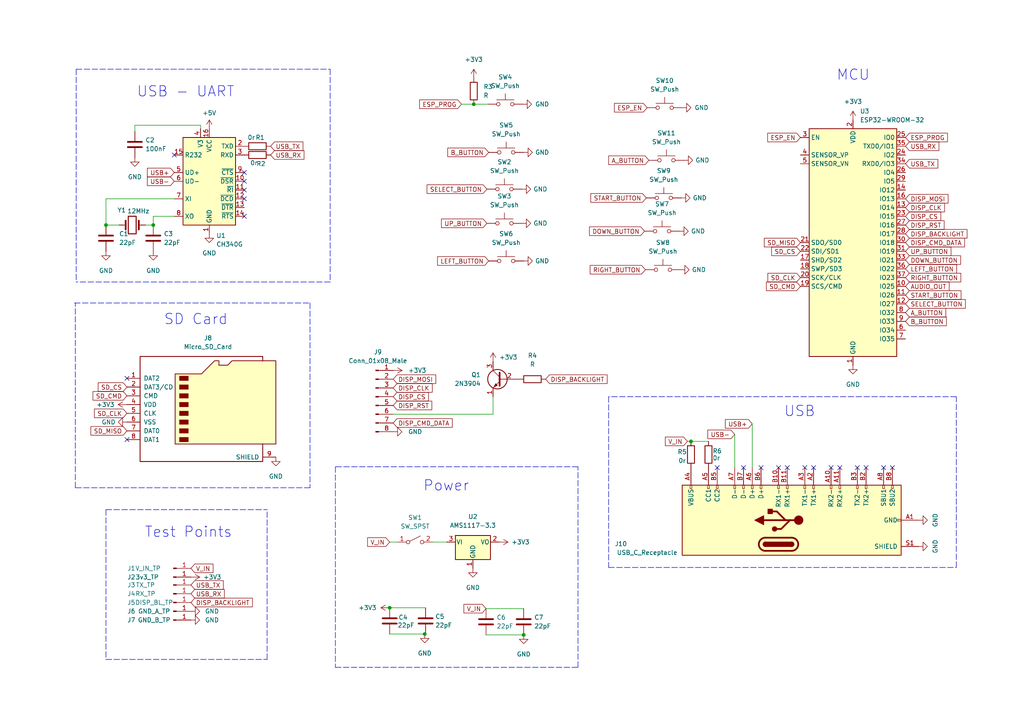
<source format=kicad_sch>
(kicad_sch (version 20211123) (generator eeschema)
  (paper "A4")
  (lib_symbols
    (symbol "Connector:Conn_01x01_Male" (pin_names (offset 1.016) hide)
      (property "Reference" "J" (at 0 2.54 0))
      (property "Value" "Conn_01x01_Male" (at 0 -2.54 0))
      (symbol "Conn_01x01_Male_1_1"
        (polyline (pts (xy 1.27 0) (xy 0.8636 0)) (stroke (width 0.1524)))
        (rectangle (start 0.8636 0.127) (end 0 -0.127) (stroke (width 0.1524)) (fill (type outline)))
        (pin passive line (at 5.08 0 180) (length 3.81) (name "Pin_1") (number "1"))
      )
    )
    (symbol "Connector:Conn_01x08_Male" (pin_names (offset 1.016) hide)
      (property "Reference" "J" (at 0 10.16 0))
      (property "Value" "Conn_01x08_Male" (at 0 -12.7 0))
      (symbol "Conn_01x08_Male_1_1"
        (polyline (pts (xy 1.27 -10.16) (xy 0.8636 -10.16)) (stroke (width 0.1524)))
        (polyline (pts (xy 1.27 -7.62) (xy 0.8636 -7.62)) (stroke (width 0.1524)))
        (polyline (pts (xy 1.27 -5.08) (xy 0.8636 -5.08)) (stroke (width 0.1524)))
        (polyline (pts (xy 1.27 -2.54) (xy 0.8636 -2.54)) (stroke (width 0.1524)))
        (polyline (pts (xy 1.27 0) (xy 0.8636 0)) (stroke (width 0.1524)))
        (polyline (pts (xy 1.27 2.54) (xy 0.8636 2.54)) (stroke (width 0.1524)))
        (polyline (pts (xy 1.27 5.08) (xy 0.8636 5.08)) (stroke (width 0.1524)))
        (polyline (pts (xy 1.27 7.62) (xy 0.8636 7.62)) (stroke (width 0.1524)))
        (rectangle (start 0.8636 -10.033) (end 0 -10.287) (stroke (width 0.1524)) (fill (type outline)))
        (rectangle (start 0.8636 -7.493) (end 0 -7.747) (stroke (width 0.1524)) (fill (type outline)))
        (rectangle (start 0.8636 -4.953) (end 0 -5.207) (stroke (width 0.1524)) (fill (type outline)))
        (rectangle (start 0.8636 -2.413) (end 0 -2.667) (stroke (width 0.1524)) (fill (type outline)))
        (rectangle (start 0.8636 0.127) (end 0 -0.127) (stroke (width 0.1524)) (fill (type outline)))
        (rectangle (start 0.8636 2.667) (end 0 2.413) (stroke (width 0.1524)) (fill (type outline)))
        (rectangle (start 0.8636 5.207) (end 0 4.953) (stroke (width 0.1524)) (fill (type outline)))
        (rectangle (start 0.8636 7.747) (end 0 7.493) (stroke (width 0.1524)) (fill (type outline)))
        (pin passive line (at 5.08 7.62 180) (length 3.81) (name "Pin_1") (number "1"))
        (pin passive line (at 5.08 5.08 180) (length 3.81) (name "Pin_2") (number "2"))
        (pin passive line (at 5.08 2.54 180) (length 3.81) (name "Pin_3") (number "3"))
        (pin passive line (at 5.08 0 180) (length 3.81) (name "Pin_4") (number "4"))
        (pin passive line (at 5.08 -2.54 180) (length 3.81) (name "Pin_5") (number "5"))
        (pin passive line (at 5.08 -5.08 180) (length 3.81) (name "Pin_6") (number "6"))
        (pin passive line (at 5.08 -7.62 180) (length 3.81) (name "Pin_7") (number "7"))
        (pin passive line (at 5.08 -10.16 180) (length 3.81) (name "Pin_8") (number "8"))
      )
    )
    (symbol "Connector:Micro_SD_Card" (pin_names (offset 1.016))
      (property "Reference" "J" (at -16.51 15.24 0))
      (property "Value" "Micro_SD_Card" (at 16.51 15.24 0))
      (symbol "Micro_SD_Card_0_1"
        (rectangle (start -7.62 -9.525) (end -5.08 -10.795) (fill (type outline)))
        (rectangle (start -7.62 -6.985) (end -5.08 -8.255) (fill (type outline)))
        (rectangle (start -7.62 -4.445) (end -5.08 -5.715) (fill (type outline)))
        (rectangle (start -7.62 -1.905) (end -5.08 -3.175) (fill (type outline)))
        (rectangle (start -7.62 0.635) (end -5.08 -0.635) (fill (type outline)))
        (rectangle (start -7.62 3.175) (end -5.08 1.905) (fill (type outline)))
        (rectangle (start -7.62 5.715) (end -5.08 4.445) (fill (type outline)))
        (rectangle (start -7.62 8.255) (end -5.08 6.985) (fill (type outline)))
        (polyline (pts (xy 16.51 12.7) (xy 16.51 13.97) (xy -19.05 13.97) (xy -19.05 -16.51) (xy 16.51 -16.51) (xy 16.51 -11.43)) (stroke (width 0.254)))
        (polyline (pts (xy -8.89 -11.43) (xy -8.89 8.89) (xy -1.27 8.89) (xy 2.54 12.7) (xy 3.81 12.7) (xy 3.81 11.43) (xy 6.35 11.43) (xy 7.62 12.7) (xy 20.32 12.7) (xy 20.32 -11.43) (xy -8.89 -11.43)) (stroke (width 0.254)) (fill (type background)))
      )
      (symbol "Micro_SD_Card_1_1"
        (pin bidirectional line (at -22.86 7.62 0) (length 3.81) (name "DAT2") (number "1"))
        (pin bidirectional line (at -22.86 5.08 0) (length 3.81) (name "DAT3/CD") (number "2"))
        (pin input line (at -22.86 2.54 0) (length 3.81) (name "CMD") (number "3"))
        (pin power_in line (at -22.86 0 0) (length 3.81) (name "VDD") (number "4"))
        (pin input line (at -22.86 -2.54 0) (length 3.81) (name "CLK") (number "5"))
        (pin power_in line (at -22.86 -5.08 0) (length 3.81) (name "VSS") (number "6"))
        (pin bidirectional line (at -22.86 -7.62 0) (length 3.81) (name "DAT0") (number "7"))
        (pin bidirectional line (at -22.86 -10.16 0) (length 3.81) (name "DAT1") (number "8"))
        (pin passive line (at 20.32 -15.24 180) (length 3.81) (name "SHIELD") (number "9"))
      )
    )
    (symbol "Connector:USB_C_Receptacle" (pin_names (offset 1.016))
      (property "Reference" "J" (at -10.16 29.21 0))
      (property "Value" "USB_C_Receptacle" (at 10.16 29.21 0))
      (symbol "USB_C_Receptacle_0_0"
        (rectangle (start -0.254 -35.56) (end 0.254 -34.544))
        (rectangle (start 10.16 -32.766) (end 9.144 -33.274))
        (rectangle (start 10.16 -30.226) (end 9.144 -30.734))
        (rectangle (start 10.16 -25.146) (end 9.144 -25.654))
        (rectangle (start 10.16 -22.606) (end 9.144 -23.114))
        (rectangle (start 10.16 -17.526) (end 9.144 -18.034))
        (rectangle (start 10.16 -14.986) (end 9.144 -15.494))
        (rectangle (start 10.16 -9.906) (end 9.144 -10.414))
        (rectangle (start 10.16 -7.366) (end 9.144 -7.874))
        (rectangle (start 10.16 -2.286) (end 9.144 -2.794))
        (rectangle (start 10.16 0.254) (end 9.144 -0.254))
        (rectangle (start 10.16 5.334) (end 9.144 4.826))
        (rectangle (start 10.16 7.874) (end 9.144 7.366))
        (rectangle (start 10.16 10.414) (end 9.144 9.906))
        (rectangle (start 10.16 12.954) (end 9.144 12.446))
        (rectangle (start 10.16 18.034) (end 9.144 17.526))
        (rectangle (start 10.16 20.574) (end 9.144 20.066))
        (rectangle (start 10.16 25.654) (end 9.144 25.146))
      )
      (symbol "USB_C_Receptacle_0_1"
        (rectangle (start -10.16 27.94) (end 10.16 -35.56) (stroke (width 0.254)) (fill (type background)))
        (arc (start -8.89 -3.81) (mid -6.985 -5.715) (end -5.08 -3.81) (stroke (width 0.508)))
        (arc (start -7.62 -3.81) (mid -6.985 -4.445) (end -6.35 -3.81) (stroke (width 0.254)))
        (arc (start -7.62 -3.81) (mid -6.985 -4.445) (end -6.35 -3.81) (stroke (width 0.254)) (fill (type outline)))
        (rectangle (start -7.62 -3.81) (end -6.35 3.81) (stroke (width 0.254)) (fill (type outline)))
        (arc (start -6.35 3.81) (mid -6.985 4.445) (end -7.62 3.81) (stroke (width 0.254)))
        (arc (start -6.35 3.81) (mid -6.985 4.445) (end -7.62 3.81) (stroke (width 0.254)) (fill (type outline)))
        (arc (start -5.08 3.81) (mid -6.985 5.715) (end -8.89 3.81) (stroke (width 0.508)))
        (polyline (pts (xy -8.89 -3.81) (xy -8.89 3.81)) (stroke (width 0.508)))
        (polyline (pts (xy -5.08 3.81) (xy -5.08 -3.81)) (stroke (width 0.508)))
      )
      (symbol "USB_C_Receptacle_1_1"
        (circle (center -2.54 1.143) (radius 0.635) (stroke (width 0.254)) (fill (type outline)))
        (circle (center 0 -5.842) (radius 1.27) (fill (type outline)))
        (polyline (pts (xy 0 -5.842) (xy 0 4.318)) (stroke (width 0.508)))
        (polyline (pts (xy 0 -3.302) (xy -2.54 -0.762) (xy -2.54 0.508)) (stroke (width 0.508)))
        (polyline (pts (xy 0 -2.032) (xy 2.54 0.508) (xy 2.54 1.778)) (stroke (width 0.508)))
        (polyline (pts (xy -1.27 4.318) (xy 0 6.858) (xy 1.27 4.318) (xy -1.27 4.318)) (stroke (width 0.254)) (fill (type outline)))
        (rectangle (start 1.905 1.778) (end 3.175 3.048) (stroke (width 0.254)) (fill (type outline)))
        (pin passive line (at 0 -40.64 90) (length 5.08) (name "GND") (number "A1"))
        (pin bidirectional line (at 15.24 -15.24 180) (length 5.08) (name "RX2-") (number "A10"))
        (pin bidirectional line (at 15.24 -17.78 180) (length 5.08) (name "RX2+") (number "A11"))
        (pin passive line (at 0 -40.64 90) (length 5.08) hide (name "GND") (number "A12"))
        (pin bidirectional line (at 15.24 -10.16 180) (length 5.08) (name "TX1+") (number "A2"))
        (pin bidirectional line (at 15.24 -7.62 180) (length 5.08) (name "TX1-") (number "A3"))
        (pin passive line (at 15.24 25.4 180) (length 5.08) (name "VBUS") (number "A4"))
        (pin bidirectional line (at 15.24 20.32 180) (length 5.08) (name "CC1") (number "A5"))
        (pin bidirectional line (at 15.24 7.62 180) (length 5.08) (name "D+") (number "A6"))
        (pin bidirectional line (at 15.24 12.7 180) (length 5.08) (name "D-") (number "A7"))
        (pin bidirectional line (at 15.24 -30.48 180) (length 5.08) (name "SBU1") (number "A8"))
        (pin passive line (at 15.24 25.4 180) (length 5.08) hide (name "VBUS") (number "A9"))
        (pin passive line (at 0 -40.64 90) (length 5.08) hide (name "GND") (number "B1"))
        (pin bidirectional line (at 15.24 0 180) (length 5.08) (name "RX1-") (number "B10"))
        (pin bidirectional line (at 15.24 -2.54 180) (length 5.08) (name "RX1+") (number "B11"))
        (pin passive line (at 0 -40.64 90) (length 5.08) hide (name "GND") (number "B12"))
        (pin bidirectional line (at 15.24 -25.4 180) (length 5.08) (name "TX2+") (number "B2"))
        (pin bidirectional line (at 15.24 -22.86 180) (length 5.08) (name "TX2-") (number "B3"))
        (pin passive line (at 15.24 25.4 180) (length 5.08) hide (name "VBUS") (number "B4"))
        (pin bidirectional line (at 15.24 17.78 180) (length 5.08) (name "CC2") (number "B5"))
        (pin bidirectional line (at 15.24 5.08 180) (length 5.08) (name "D+") (number "B6"))
        (pin bidirectional line (at 15.24 10.16 180) (length 5.08) (name "D-") (number "B7"))
        (pin bidirectional line (at 15.24 -33.02 180) (length 5.08) (name "SBU2") (number "B8"))
        (pin passive line (at 15.24 25.4 180) (length 5.08) hide (name "VBUS") (number "B9"))
        (pin passive line (at -7.62 -40.64 90) (length 5.08) (name "SHIELD") (number "S1"))
      )
    )
    (symbol "Device:C" (pin_numbers hide) (pin_names (offset 0.254))
      (property "Reference" "C" (at 0.635 2.54 0))
      (property "Value" "C" (at 0.635 -2.54 0))
      (symbol "C_0_1"
        (polyline (pts (xy -2.032 -0.762) (xy 2.032 -0.762)) (stroke (width 0.508)))
        (polyline (pts (xy -2.032 0.762) (xy 2.032 0.762)) (stroke (width 0.508)))
      )
      (symbol "C_1_1"
        (pin passive line (at 0 3.81 270) (length 2.794) (name "~") (number "1"))
        (pin passive line (at 0 -3.81 90) (length 2.794) (name "~") (number "2"))
      )
    )
    (symbol "Device:Crystal" (pin_numbers hide) (pin_names (offset 1.016) hide)
      (property "Reference" "Y" (at 0 3.81 0))
      (property "Value" "Crystal" (at 0 -3.81 0))
      (symbol "Crystal_0_1"
        (rectangle (start -1.143 2.54) (end 1.143 -2.54) (stroke (width 0.3048)))
        (polyline (pts (xy -2.54 0) (xy -1.905 0)))
        (polyline (pts (xy -1.905 -1.27) (xy -1.905 1.27)) (stroke (width 0.508)))
        (polyline (pts (xy 1.905 -1.27) (xy 1.905 1.27)) (stroke (width 0.508)))
        (polyline (pts (xy 2.54 0) (xy 1.905 0)))
      )
      (symbol "Crystal_1_1"
        (pin passive line (at -3.81 0 0) (length 1.27) (name "1") (number "1"))
        (pin passive line (at 3.81 0 180) (length 1.27) (name "2") (number "2"))
      )
    )
    (symbol "Device:R" (pin_numbers hide) (pin_names (offset 0))
      (property "Reference" "R" (at 2.032 0 90))
      (property "Value" "R" (at 0 0 90))
      (symbol "R_0_1"
        (rectangle (start -1.016 -2.54) (end 1.016 2.54) (stroke (width 0.254)))
      )
      (symbol "R_1_1"
        (pin passive line (at 0 3.81 270) (length 1.27) (name "~") (number "1"))
        (pin passive line (at 0 -3.81 90) (length 1.27) (name "~") (number "2"))
      )
    )
    (symbol "Interface_USB:CH340G"
      (property "Reference" "U" (at -5.08 13.97 0))
      (property "Value" "CH340G" (at 1.27 13.97 0))
      (symbol "CH340G_0_1"
        (rectangle (start -7.62 12.7) (end 7.62 -12.7) (stroke (width 0.254)) (fill (type background)))
      )
      (symbol "CH340G_1_1"
        (pin power_in line (at 0 -15.24 90) (length 2.54) (name "GND") (number "1"))
        (pin input line (at 10.16 0 180) (length 2.54) (name "~{DSR}") (number "10"))
        (pin input line (at 10.16 -2.54 180) (length 2.54) (name "~{RI}") (number "11"))
        (pin input line (at 10.16 -5.08 180) (length 2.54) (name "~{DCD}") (number "12"))
        (pin output line (at 10.16 -7.62 180) (length 2.54) (name "~{DTR}") (number "13"))
        (pin output line (at 10.16 -10.16 180) (length 2.54) (name "~{RTS}") (number "14"))
        (pin input line (at -10.16 7.62 0) (length 2.54) (name "R232") (number "15"))
        (pin power_in line (at 0 15.24 270) (length 2.54) (name "VCC") (number "16"))
        (pin output line (at 10.16 10.16 180) (length 2.54) (name "TXD") (number "2"))
        (pin input line (at 10.16 7.62 180) (length 2.54) (name "RXD") (number "3"))
        (pin passive line (at -2.54 15.24 270) (length 2.54) (name "V3") (number "4"))
        (pin bidirectional line (at -10.16 2.54 0) (length 2.54) (name "UD+") (number "5"))
        (pin bidirectional line (at -10.16 0 0) (length 2.54) (name "UD-") (number "6"))
        (pin input line (at -10.16 -5.08 0) (length 2.54) (name "XI") (number "7"))
        (pin output line (at -10.16 -10.16 0) (length 2.54) (name "XO") (number "8"))
        (pin input line (at 10.16 2.54 180) (length 2.54) (name "~{CTS}") (number "9"))
      )
    )
    (symbol "RF_Module:ESP32-WROOM-32"
      (property "Reference" "U" (at -12.7 34.29 0))
      (property "Value" "ESP32-WROOM-32" (at 1.27 34.29 0))
      (symbol "ESP32-WROOM-32_0_1"
        (rectangle (start -12.7 33.02) (end 12.7 -33.02) (stroke (width 0.254)) (fill (type background)))
      )
      (symbol "ESP32-WROOM-32_1_1"
        (pin power_in line (at 0 -35.56 90) (length 2.54) (name "GND") (number "1"))
        (pin bidirectional line (at 15.24 -12.7 180) (length 2.54) (name "IO25") (number "10"))
        (pin bidirectional line (at 15.24 -15.24 180) (length 2.54) (name "IO26") (number "11"))
        (pin bidirectional line (at 15.24 -17.78 180) (length 2.54) (name "IO27") (number "12"))
        (pin bidirectional line (at 15.24 10.16 180) (length 2.54) (name "IO14") (number "13"))
        (pin bidirectional line (at 15.24 15.24 180) (length 2.54) (name "IO12") (number "14"))
        (pin passive line (at 0 -35.56 90) (length 2.54) hide (name "GND") (number "15"))
        (pin bidirectional line (at 15.24 12.7 180) (length 2.54) (name "IO13") (number "16"))
        (pin bidirectional line (at -15.24 -5.08 0) (length 2.54) (name "SHD/SD2") (number "17"))
        (pin bidirectional line (at -15.24 -7.62 0) (length 2.54) (name "SWP/SD3") (number "18"))
        (pin bidirectional line (at -15.24 -12.7 0) (length 2.54) (name "SCS/CMD") (number "19"))
        (pin power_in line (at 0 35.56 270) (length 2.54) (name "VDD") (number "2"))
        (pin bidirectional line (at -15.24 -10.16 0) (length 2.54) (name "SCK/CLK") (number "20"))
        (pin bidirectional line (at -15.24 0 0) (length 2.54) (name "SDO/SD0") (number "21"))
        (pin bidirectional line (at -15.24 -2.54 0) (length 2.54) (name "SDI/SD1") (number "22"))
        (pin bidirectional line (at 15.24 7.62 180) (length 2.54) (name "IO15") (number "23"))
        (pin bidirectional line (at 15.24 25.4 180) (length 2.54) (name "IO2") (number "24"))
        (pin bidirectional line (at 15.24 30.48 180) (length 2.54) (name "IO0") (number "25"))
        (pin bidirectional line (at 15.24 20.32 180) (length 2.54) (name "IO4") (number "26"))
        (pin bidirectional line (at 15.24 5.08 180) (length 2.54) (name "IO16") (number "27"))
        (pin bidirectional line (at 15.24 2.54 180) (length 2.54) (name "IO17") (number "28"))
        (pin bidirectional line (at 15.24 17.78 180) (length 2.54) (name "IO5") (number "29"))
        (pin input line (at -15.24 30.48 0) (length 2.54) (name "EN") (number "3"))
        (pin bidirectional line (at 15.24 0 180) (length 2.54) (name "IO18") (number "30"))
        (pin bidirectional line (at 15.24 -2.54 180) (length 2.54) (name "IO19") (number "31"))
        (pin no_connect line (at -12.7 -27.94 0) (length 2.54) hide (name "NC") (number "32"))
        (pin bidirectional line (at 15.24 -5.08 180) (length 2.54) (name "IO21") (number "33"))
        (pin bidirectional line (at 15.24 22.86 180) (length 2.54) (name "RXD0/IO3") (number "34"))
        (pin bidirectional line (at 15.24 27.94 180) (length 2.54) (name "TXD0/IO1") (number "35"))
        (pin bidirectional line (at 15.24 -7.62 180) (length 2.54) (name "IO22") (number "36"))
        (pin bidirectional line (at 15.24 -10.16 180) (length 2.54) (name "IO23") (number "37"))
        (pin passive line (at 0 -35.56 90) (length 2.54) hide (name "GND") (number "38"))
        (pin passive line (at 0 -35.56 90) (length 2.54) hide (name "GND") (number "39"))
        (pin input line (at -15.24 25.4 0) (length 2.54) (name "SENSOR_VP") (number "4"))
        (pin input line (at -15.24 22.86 0) (length 2.54) (name "SENSOR_VN") (number "5"))
        (pin input line (at 15.24 -25.4 180) (length 2.54) (name "IO34") (number "6"))
        (pin input line (at 15.24 -27.94 180) (length 2.54) (name "IO35") (number "7"))
        (pin bidirectional line (at 15.24 -20.32 180) (length 2.54) (name "IO32") (number "8"))
        (pin bidirectional line (at 15.24 -22.86 180) (length 2.54) (name "IO33") (number "9"))
      )
    )
    (symbol "Regulator_Linear:AMS1117-3.3" (pin_names (offset 0.254))
      (property "Reference" "U" (at -3.81 3.175 0))
      (property "Value" "AMS1117-3.3" (at 0 3.175 0))
      (symbol "AMS1117-3.3_0_1"
        (rectangle (start -5.08 -5.08) (end 5.08 1.905) (stroke (width 0.254)) (fill (type background)))
      )
      (symbol "AMS1117-3.3_1_1"
        (pin power_in line (at 0 -7.62 90) (length 2.54) (name "GND") (number "1"))
        (pin power_out line (at 7.62 0 180) (length 2.54) (name "VO") (number "2"))
        (pin power_in line (at -7.62 0 0) (length 2.54) (name "VI") (number "3"))
      )
    )
    (symbol "Switch:SW_Push" (pin_numbers hide) (pin_names (offset 1.016) hide)
      (property "Reference" "SW" (at 1.27 2.54 0))
      (property "Value" "SW_Push" (at 0 -1.524 0))
      (symbol "SW_Push_0_1"
        (circle (center -2.032 0) (radius 0.508))
        (polyline (pts (xy 0 1.27) (xy 0 3.048)))
        (polyline (pts (xy 2.54 1.27) (xy -2.54 1.27)))
        (circle (center 2.032 0) (radius 0.508))
        (pin passive line (at -5.08 0 0) (length 2.54) (name "1") (number "1"))
        (pin passive line (at 5.08 0 180) (length 2.54) (name "2") (number "2"))
      )
    )
    (symbol "Switch:SW_SPST" (pin_names (offset 0) hide)
      (property "Reference" "SW" (at 0 3.175 0))
      (property "Value" "SW_SPST" (at 0 -2.54 0))
      (symbol "SW_SPST_0_0"
        (circle (center -2.032 0) (radius 0.508))
        (polyline (pts (xy -1.524 0.254) (xy 1.524 1.778)))
        (circle (center 2.032 0) (radius 0.508))
      )
      (symbol "SW_SPST_1_1"
        (pin passive line (at -5.08 0 0) (length 2.54) (name "A") (number "1"))
        (pin passive line (at 5.08 0 180) (length 2.54) (name "B") (number "2"))
      )
    )
    (symbol "Transistor_BJT:2N3904" (pin_names (offset 0) hide)
      (property "Reference" "Q" (at 5.08 1.905 0))
      (property "Value" "2N3904" (at 5.08 0 0))
      (symbol "2N3904_0_1"
        (polyline (pts (xy 0.635 0.635) (xy 2.54 2.54)))
        (polyline (pts (xy 0.635 -0.635) (xy 2.54 -2.54) (xy 2.54 -2.54)))
        (polyline (pts (xy 0.635 1.905) (xy 0.635 -1.905) (xy 0.635 -1.905)) (stroke (width 0.508)))
        (polyline (pts (xy 1.27 -1.778) (xy 1.778 -1.27) (xy 2.286 -2.286) (xy 1.27 -1.778) (xy 1.27 -1.778)) (fill (type outline)))
        (circle (center 1.27 0) (radius 2.8194) (stroke (width 0.254)))
      )
      (symbol "2N3904_1_1"
        (pin passive line (at 2.54 -5.08 90) (length 2.54) (name "E") (number "1"))
        (pin passive line (at -5.08 0 0) (length 5.715) (name "B") (number "2"))
        (pin passive line (at 2.54 5.08 270) (length 2.54) (name "C") (number "3"))
      )
    )
    (symbol "power:+3.3V" (power) (pin_names (offset 0))
      (property "Value" "+3.3V" (at 0 3.556 0))
      (symbol "+3.3V_0_1"
        (polyline (pts (xy -0.762 1.27) (xy 0 2.54)))
        (polyline (pts (xy 0 0) (xy 0 2.54)))
        (polyline (pts (xy 0 2.54) (xy 0.762 1.27)))
      )
      (symbol "+3.3V_1_1"
        (pin power_in line (at 0 0 90) (length 0) hide (name "+3V3") (number "1"))
      )
    )
    (symbol "power:+5V" (power) (pin_names (offset 0))
      (property "Value" "+5V" (at 0 3.556 0))
      (symbol "+5V_0_1"
        (polyline (pts (xy -0.762 1.27) (xy 0 2.54)))
        (polyline (pts (xy 0 0) (xy 0 2.54)))
        (polyline (pts (xy 0 2.54) (xy 0.762 1.27)))
      )
      (symbol "+5V_1_1"
        (pin power_in line (at 0 0 90) (length 0) hide (name "+5V") (number "1"))
      )
    )
    (symbol "power:GND" (power) (pin_names (offset 0))
      (property "Value" "GND" (at 0 -3.81 0))
      (symbol "GND_0_1"
        (polyline (pts (xy 0 0) (xy 0 -1.27) (xy 1.27 -1.27) (xy 0 -2.54) (xy -1.27 -1.27) (xy 0 -1.27)))
      )
      (symbol "GND_1_1"
        (pin power_in line (at 0 0 270) (length 0) hide (name "GND") (number "1"))
      )
    )
  )
  (junction (at 30.734 65.278))
  (junction (at 44.45 65.278))
  (junction (at 151.892 184.15))
  (junction (at 200.406 128.016))
  (junction (at 137.414 30.226))
  (junction (at 123.19 183.896))
  (junction (at 113.03 176.276))
  (no_connect (at 258.826 135.636))
  (no_connect (at 256.286 135.636))
  (no_connect (at 70.866 50.038))
  (no_connect (at 70.866 52.578))
  (no_connect (at 70.866 62.738))
  (no_connect (at 70.866 57.658))
  (no_connect (at 70.866 55.118))
  (no_connect (at 251.206 135.636))
  (no_connect (at 248.666 135.636))
  (no_connect (at 243.586 135.636))
  (no_connect (at 241.046 135.636))
  (no_connect (at 235.966 135.636))
  (no_connect (at 233.426 135.636))
  (no_connect (at 228.346 135.636))
  (no_connect (at 225.806 135.636))
  (no_connect (at 50.546 44.958))
  (no_connect (at 215.646 135.636))
  (no_connect (at 220.726 135.636))
  (no_connect (at 36.83 127.508))
  (no_connect (at 36.83 109.728))
  (no_connect (at 208.026 135.636))
  (polyline (pts (xy 21.844 141.478) (xy 21.844 87.884)))
  (polyline (pts (xy 30.734 191.262) (xy 77.47 191.262)))
  (polyline (pts (xy 277.368 164.592) (xy 277.368 115.062)))
  (wire (pts (xy 199.39 128.016) (xy 200.406 128.016)))
  (wire (pts (xy 140.97 176.53) (xy 151.892 176.53)))
  (wire (pts (xy 218.186 122.936) (xy 218.186 135.636)))
  (wire (pts (xy 213.106 135.636) (xy 213.106 125.984)))
  (wire (pts (xy 39.116 36.322) (xy 58.166 36.322)))
  (polyline (pts (xy 277.368 115.062) (xy 176.53 115.062)))
  (wire (pts (xy 114.046 120.142) (xy 143.002 120.142)))
  (wire (pts (xy 30.734 65.278) (xy 30.734 57.658)))
  (wire (pts (xy 113.03 183.896) (xy 123.19 183.896)))
  (wire (pts (xy 125.476 157.226) (xy 129.54 157.226)))
  (wire (pts (xy 137.414 30.226) (xy 141.478 30.226)))
  (polyline (pts (xy 97.282 135.382) (xy 97.282 193.548)))
  (wire (pts (xy 30.734 65.278) (xy 34.544 65.278)))
  (wire (pts (xy 44.45 65.278) (xy 44.45 62.738)))
  (polyline (pts (xy 95.758 81.788) (xy 22.098 81.788)))
  (wire (pts (xy 58.166 36.322) (xy 58.166 37.338)))
  (polyline (pts (xy 22.098 20.066) (xy 95.758 20.066)))
  (polyline (pts (xy 95.758 20.066) (xy 95.758 81.788)))
  (wire (pts (xy 123.19 183.896) (xy 123.444 183.896)))
  (wire (pts (xy 44.45 62.738) (xy 50.546 62.738)))
  (polyline (pts (xy 97.282 193.548) (xy 167.64 193.548)))
  (polyline (pts (xy 30.734 147.828) (xy 77.47 147.828)))
  (polyline (pts (xy 30.734 147.828) (xy 30.734 191.262)))
  (polyline (pts (xy 176.53 115.062) (xy 176.53 164.592)))
  (wire (pts (xy 143.002 120.142) (xy 143.002 115.062)))
  (polyline (pts (xy 89.916 87.884) (xy 89.916 141.478)))
  (polyline (pts (xy 167.64 135.382) (xy 97.282 135.382)))
  (wire (pts (xy 39.116 38.1) (xy 39.116 36.322)))
  (wire (pts (xy 42.164 65.278) (xy 44.45 65.278)))
  (wire (pts (xy 133.858 30.226) (xy 137.414 30.226)))
  (polyline (pts (xy 21.59 87.884) (xy 89.916 87.884)))
  (polyline (pts (xy 167.64 193.548) (xy 167.64 135.382)))
  (wire (pts (xy 113.03 157.226) (xy 115.316 157.226)))
  (wire (pts (xy 200.406 128.016) (xy 205.486 128.016)))
  (polyline (pts (xy 77.47 191.262) (xy 77.47 147.828)))
  (wire (pts (xy 140.97 184.15) (xy 151.892 184.15)))
  (wire (pts (xy 113.03 176.276) (xy 123.444 176.276)))
  (polyline (pts (xy 89.916 141.478) (xy 21.844 141.478)))
  (wire (pts (xy 30.734 57.658) (xy 50.546 57.658)))
  (polyline (pts (xy 22.098 20.066) (xy 22.098 81.788)))
  (polyline (pts (xy 176.53 164.592) (xy 277.368 164.592)))
  (text "USB" (at 227.33 121.158 0) (effects (font (size 3 3)) (justify left bottom)))
  (text "Test Points\n" (at 41.91 156.21 0) (effects (font (size 3 3)) (justify left bottom)))
  (text "SD Card" (at 47.498 94.488 0) (effects (font (size 3 3)) (justify left bottom)))
  (text "USB - UART" (at 39.624 28.448 0) (effects (font (size 3 3)) (justify left bottom)))
  (text "Power" (at 122.682 142.748 0) (effects (font (size 3 3)) (justify left bottom)))
  (text "MCU" (at 242.57 23.622 0) (effects (font (size 3 3)) (justify left bottom)))
  (global_label "DISP_MOSI" (shape input) (at 262.636 57.658 0) (property "Intersheet References" "${INTERSHEET_REFS}" (effects hide)))
  (global_label "START_BUTTON" (shape input) (at 262.636 85.598 0) (property "Intersheet References" "${INTERSHEET_REFS}" (effects hide)))
  (global_label "UP_BUTTON" (shape input) (at 141.224 64.77 180) (property "Intersheet References" "${INTERSHEET_REFS}" (effects hide)))
  (global_label "ESP_PROG" (shape input) (at 262.636 39.878 0) (property "Intersheet References" "${INTERSHEET_REFS}" (effects hide)))
  (global_label "DOWN_BUTTON" (shape input) (at 262.636 75.438 0) (property "Intersheet References" "${INTERSHEET_REFS}" (effects hide)))
  (global_label "SELECT_BUTTON" (shape input) (at 262.636 88.138 0) (property "Intersheet References" "${INTERSHEET_REFS}" (effects hide)))
  (global_label "SD_CLK" (shape input) (at 36.83 119.888 180) (property "Intersheet References" "${INTERSHEET_REFS}" (effects hide)))
  (global_label "B_BUTTON" (shape input) (at 262.636 93.218 0) (property "Intersheet References" "${INTERSHEET_REFS}" (effects hide)))
  (global_label "SD_MISO" (shape input) (at 232.156 70.358 180) (property "Intersheet References" "${INTERSHEET_REFS}" (effects hide)))
  (global_label "SD_CS" (shape input) (at 232.156 72.898 180) (property "Intersheet References" "${INTERSHEET_REFS}" (effects hide)))
  (global_label "DISP_CMD_DATA" (shape input) (at 262.636 70.358 0) (property "Intersheet References" "${INTERSHEET_REFS}" (effects hide)))
  (global_label "SD_CMD" (shape input) (at 36.83 114.808 180) (property "Intersheet References" "${INTERSHEET_REFS}" (effects hide)))
  (global_label "UP_BUTTON" (shape input) (at 262.636 72.898 0) (property "Intersheet References" "${INTERSHEET_REFS}" (effects hide)))
  (global_label "DISP_CLK" (shape input) (at 262.636 60.198 0) (property "Intersheet References" "${INTERSHEET_REFS}" (effects hide)))
  (global_label "AUDIO_OUT" (shape input) (at 262.636 83.058 0) (property "Intersheet References" "${INTERSHEET_REFS}" (effects hide)))
  (global_label "DISP_CS" (shape input) (at 114.046 115.062 0) (property "Intersheet References" "${INTERSHEET_REFS}" (effects hide)))
  (global_label "USB-" (shape input) (at 213.106 125.984 180) (property "Intersheet References" "${INTERSHEET_REFS}" (effects hide)))
  (global_label "V_IN" (shape input) (at 199.39 128.016 180) (property "Intersheet References" "${INTERSHEET_REFS}" (effects hide)))
  (global_label "RIGHT_BUTTON" (shape input) (at 262.636 80.518 0) (property "Intersheet References" "${INTERSHEET_REFS}" (effects hide)))
  (global_label "RIGHT_BUTTON" (shape input) (at 187.198 78.232 180) (property "Intersheet References" "${INTERSHEET_REFS}" (effects hide)))
  (global_label "USB+" (shape input) (at 218.186 122.936 180) (property "Intersheet References" "${INTERSHEET_REFS}" (effects hide)))
  (global_label "USB_RX" (shape input) (at 262.636 42.418 0) (property "Intersheet References" "${INTERSHEET_REFS}" (effects hide)))
  (global_label "DOWN_BUTTON" (shape input) (at 186.944 67.056 180) (property "Intersheet References" "${INTERSHEET_REFS}" (effects hide)))
  (global_label "SELECT_BUTTON" (shape input) (at 141.224 54.864 180) (property "Intersheet References" "${INTERSHEET_REFS}" (effects hide)))
  (global_label "DISP_CMD_DATA" (shape input) (at 114.046 122.682 0) (property "Intersheet References" "${INTERSHEET_REFS}" (effects hide)))
  (global_label "USB_TX" (shape input) (at 55.372 169.672 0) (property "Intersheet References" "${INTERSHEET_REFS}" (effects hide)))
  (global_label "DISP_BACKLIGHT" (shape input) (at 158.242 109.982 0) (property "Intersheet References" "${INTERSHEET_REFS}" (effects hide)))
  (global_label "ESP_EN" (shape input) (at 187.706 31.242 180) (property "Intersheet References" "${INTERSHEET_REFS}" (effects hide)))
  (global_label "V_IN" (shape input) (at 55.372 164.846 0) (property "Intersheet References" "${INTERSHEET_REFS}" (effects hide)))
  (global_label "SD_CS" (shape input) (at 36.83 112.268 180) (property "Intersheet References" "${INTERSHEET_REFS}" (effects hide)))
  (global_label "LEFT_BUTTON" (shape input) (at 262.636 77.978 0) (property "Intersheet References" "${INTERSHEET_REFS}" (effects hide)))
  (global_label "DISP_CLK" (shape input) (at 114.046 112.522 0) (property "Intersheet References" "${INTERSHEET_REFS}" (effects hide)))
  (global_label "LEFT_BUTTON" (shape input) (at 141.732 75.692 180) (property "Intersheet References" "${INTERSHEET_REFS}" (effects hide)))
  (global_label "DISP_MOSI" (shape input) (at 114.046 109.982 0) (property "Intersheet References" "${INTERSHEET_REFS}" (effects hide)))
  (global_label "START_BUTTON" (shape input) (at 187.452 57.404 180) (property "Intersheet References" "${INTERSHEET_REFS}" (effects hide)))
  (global_label "ESP_PROG" (shape input) (at 133.858 30.226 180) (property "Intersheet References" "${INTERSHEET_REFS}" (effects hide)))
  (global_label "USB_TX" (shape input) (at 78.486 42.418 0) (property "Intersheet References" "${INTERSHEET_REFS}" (effects hide)))
  (global_label "USB_TX" (shape input) (at 262.636 47.498 0) (property "Intersheet References" "${INTERSHEET_REFS}" (effects hide)))
  (global_label "SD_MISO" (shape input) (at 36.83 124.968 180) (property "Intersheet References" "${INTERSHEET_REFS}" (effects hide)))
  (global_label "USB_RX" (shape input) (at 78.486 44.958 0) (property "Intersheet References" "${INTERSHEET_REFS}" (effects hide)))
  (global_label "SD_CMD" (shape input) (at 232.156 83.058 180) (property "Intersheet References" "${INTERSHEET_REFS}" (effects hide)))
  (global_label "V_IN" (shape input) (at 113.03 157.226 180) (property "Intersheet References" "${INTERSHEET_REFS}" (effects hide)))
  (global_label "USB+" (shape input) (at 50.546 50.038 180) (property "Intersheet References" "${INTERSHEET_REFS}" (effects hide)))
  (global_label "SD_CLK" (shape input) (at 232.156 80.518 180) (property "Intersheet References" "${INTERSHEET_REFS}" (effects hide)))
  (global_label "DISP_BACKLIGHT" (shape input) (at 55.372 174.752 0) (property "Intersheet References" "${INTERSHEET_REFS}" (effects hide)))
  (global_label "V_IN" (shape input) (at 140.97 176.53 180) (property "Intersheet References" "${INTERSHEET_REFS}" (effects hide)))
  (global_label "USB_RX" (shape input) (at 55.372 172.212 0) (property "Intersheet References" "${INTERSHEET_REFS}" (effects hide)))
  (global_label "DISP_BACKLIGHT" (shape input) (at 262.636 67.818 0) (property "Intersheet References" "${INTERSHEET_REFS}" (effects hide)))
  (global_label "DISP_RST" (shape input) (at 114.046 117.602 0) (property "Intersheet References" "${INTERSHEET_REFS}" (effects hide)))
  (global_label "A_BUTTON" (shape input) (at 188.214 46.482 180) (property "Intersheet References" "${INTERSHEET_REFS}" (effects hide)))
  (global_label "DISP_RST" (shape input) (at 262.636 65.278 0) (property "Intersheet References" "${INTERSHEET_REFS}" (effects hide)))
  (global_label "DISP_CS" (shape input) (at 262.636 62.738 0) (property "Intersheet References" "${INTERSHEET_REFS}" (effects hide)))
  (global_label "B_BUTTON" (shape input) (at 141.732 44.196 180) (property "Intersheet References" "${INTERSHEET_REFS}" (effects hide)))
  (global_label "ESP_EN" (shape input) (at 232.156 39.878 180) (property "Intersheet References" "${INTERSHEET_REFS}" (effects hide)))
  (global_label "USB-" (shape input) (at 50.546 52.578 180) (property "Intersheet References" "${INTERSHEET_REFS}" (effects hide)))
  (global_label "A_BUTTON" (shape input) (at 262.636 90.678 0) (property "Intersheet References" "${INTERSHEET_REFS}" (effects hide)))
  (symbol (lib_id "power:GND") (at 137.16 164.846 0) (unit 1)
    (property "Reference" "#PWR0113" (effects hide))
    (property "Value" "GND" (at 137.16 170.434 0))
  )
  (symbol (lib_id "power:GND") (at 60.706 67.818 0) (unit 1)
    (property "Reference" "#PWR0127" (effects hide))
    (property "Value" "GND" (at 60.706 73.406 0))
  )
  (symbol (lib_id "power:GND") (at 197.866 31.242 90) (unit 1)
    (property "Reference" "#PWR0126" (effects hide))
    (property "Value" "GND" (at 201.422 31.2419 90) (effects (justify right)))
  )
  (symbol (lib_id "power:GND") (at 123.19 183.896 0) (unit 1)
    (property "Reference" "#PWR0114" (effects hide))
    (property "Value" "GND" (at 123.19 189.484 0))
  )
  (symbol (lib_id "Device:R") (at 205.486 131.826 180) (unit 1)
    (property "Reference" "R6" (at 208.026 130.81 0))
    (property "Value" "0r" (at 207.772 132.842 0))
    (property "Footprint" "Resistor_SMD:R_0805_2012Metric" (effects hide))
  )
  (symbol (lib_id "power:GND") (at 151.892 75.692 90) (unit 1)
    (property "Reference" "#PWR0129" (effects hide))
    (property "Value" "GND" (at 155.194 75.6919 90) (effects (justify right)))
  )
  (symbol (lib_id "power:+3.3V") (at 36.83 117.348 90) (unit 1)
    (property "Reference" "#PWR0103" (effects hide))
    (property "Value" "+3.3V" (at 27.94 117.348 90) (effects (justify right)))
  )
  (symbol (lib_id "Connector:USB_C_Receptacle") (at 225.806 150.876 90) (unit 1)
    (property "Reference" "J10" (at 180.086 157.734 90))
    (property "Value" "USB_C_Receptacle" (at 187.706 160.274 90))
    (property "Footprint" "Connector_USB:USB_C_Receptacle_Amphenol_12401548E4-2A" (effects hide))
    (property "Datasheet" "https://www.usb.org/sites/default/files/documents/usb_type-c.zip" (effects hide))
  )
  (symbol (lib_id "Device:C") (at 113.03 180.086 0) (unit 1)
    (property "Reference" "C4" (at 115.57 179.07 0) (effects (justify left)))
    (property "Value" "22pF" (at 115.316 181.356 0) (effects (justify left)))
    (property "Footprint" "Capacitor_SMD:C_0805_2012Metric" (effects hide))
  )
  (symbol (lib_id "Device:R") (at 74.676 42.418 90) (unit 1)
    (property "Reference" "R1" (at 75.438 39.878 90))
    (property "Value" "0r" (at 72.898 39.878 90))
    (property "Footprint" "Resistor_SMD:R_0805_2012Metric" (effects hide))
  )
  (symbol (lib_id "Device:R") (at 137.414 26.416 180) (unit 1)
    (property "Reference" "R3" (at 140.208 25.1459 0) (effects (justify right)))
    (property "Value" "R" (at 140.208 27.6859 0) (effects (justify right)))
    (property "Footprint" "Resistor_SMD:R_0805_2012Metric" (effects hide))
  )
  (symbol (lib_id "Switch:SW_Push") (at 192.278 78.232 0) (unit 1)
    (property "Reference" "SW8" (at 192.278 70.358 0))
    (property "Value" "SW_Push" (at 192.278 72.898 0))
    (property "Footprint" "Button_Switch_SMD:SW_SPST_CK_KXT3" (effects hide))
  )
  (symbol (lib_id "power:+3.3V") (at 113.03 176.276 90) (unit 1)
    (property "Reference" "#PWR0110" (effects hide))
    (property "Value" "+3.3V" (at 109.22 176.2759 90) (effects (justify left)))
  )
  (symbol (lib_id "power:GND") (at 197.358 78.232 90) (unit 1)
    (property "Reference" "#PWR0124" (effects hide))
    (property "Value" "GND" (at 200.66 78.2319 90) (effects (justify right)))
  )
  (symbol (lib_id "power:GND") (at 114.046 125.222 90) (unit 1)
    (property "Reference" "#PWR0117" (effects hide))
    (property "Value" "GND" (at 118.364 125.2219 90) (effects (justify right)))
  )
  (symbol (lib_id "Device:R") (at 200.406 131.826 180) (unit 1)
    (property "Reference" "R5" (at 197.866 131.064 0))
    (property "Value" "0r" (at 197.866 133.604 0))
    (property "Footprint" "Resistor_SMD:R_0805_2012Metric" (effects hide))
  )
  (symbol (lib_id "power:GND") (at 266.446 158.496 90) (unit 1)
    (property "Reference" "#PWR0102" (effects hide))
    (property "Value" "GND" (at 271.272 158.496 0))
  )
  (symbol (lib_id "Connector:Micro_SD_Card") (at 59.69 117.348 0) (unit 1)
    (property "Reference" "J8" (at 60.325 98.044 0))
    (property "Value" "Micro_SD_Card" (at 60.325 100.584 0))
    (property "Footprint" "Connector_Card:microSD_HC_Wuerth_693072010801" (effects hide))
    (property "Datasheet" "http://katalog.we-online.de/em/datasheet/693072010801.pdf" (effects hide))
  )
  (symbol (lib_id "Switch:SW_Push") (at 192.532 57.404 0) (unit 1)
    (property "Reference" "SW9" (at 192.532 49.53 0))
    (property "Value" "SW_Push" (at 192.532 52.07 0))
    (property "Footprint" "Button_Switch_SMD:SW_SPST_CK_KXT3" (effects hide))
  )
  (symbol (lib_id "power:GND") (at 80.01 132.588 0) (unit 1)
    (property "Reference" "#PWR0105" (effects hide))
    (property "Value" "GND" (at 80.01 138.176 0))
  )
  (symbol (lib_id "Switch:SW_Push") (at 192.786 31.242 0) (unit 1)
    (property "Reference" "SW10" (at 192.786 23.368 0))
    (property "Value" "SW_Push" (at 192.786 25.908 0))
    (property "Footprint" "Button_Switch_SMD:SW_SPST_CK_KXT3" (effects hide))
  )
  (symbol (lib_id "Device:C") (at 30.734 69.088 0) (unit 1)
    (property "Reference" "C1" (at 34.544 67.8179 0) (effects (justify left)))
    (property "Value" "22pF" (at 34.544 70.3579 0) (effects (justify left)))
    (property "Footprint" "Capacitor_SMD:C_0805_2012Metric" (effects hide))
  )
  (symbol (lib_id "Device:Crystal") (at 38.354 65.278 0) (unit 1)
    (property "Reference" "Y1" (at 35.306 60.96 0))
    (property "Value" "12MHz" (at 40.132 61.214 0))
    (property "Footprint" "Crystal:Crystal_SMD_0603-4Pin_6.0x3.5mm_HandSoldering" (effects hide))
  )
  (symbol (lib_id "power:GND") (at 266.446 150.876 90) (unit 1)
    (property "Reference" "#PWR0101" (effects hide))
    (property "Value" "GND" (at 271.272 150.876 0))
  )
  (symbol (lib_id "Regulator_Linear:AMS1117-3.3") (at 137.16 157.226 0) (unit 1)
    (property "Reference" "U2" (at 137.16 149.86 0))
    (property "Value" "AMS1117-3.3" (at 137.16 152.4 0))
    (property "Footprint" "Package_TO_SOT_SMD:SOT-223-3_TabPin2" (effects hide))
    (property "Datasheet" "http://www.advanced-monolithic.com/pdf/ds1117.pdf" (effects hide))
  )
  (symbol (lib_id "power:GND") (at 55.372 179.832 90) (unit 1)
    (property "Reference" "#PWR0112" (effects hide))
    (property "Value" "GND" (at 59.436 179.8319 90) (effects (justify right)))
  )
  (symbol (lib_id "RF_Module:ESP32-WROOM-32") (at 247.396 70.358 0) (unit 1)
    (property "Reference" "U3" (at 249.4154 32.258 0) (effects (justify left)))
    (property "Value" "ESP32-WROOM-32" (at 249.4154 34.798 0) (effects (justify left)))
    (property "Footprint" "RF_Module:ESP32-WROOM-32" (effects hide))
    (property "Datasheet" "https://www.espressif.com/sites/default/files/documentation/esp32-wroom-32_datasheet_en.pdf" (effects hide))
  )
  (symbol (lib_id "Switch:SW_Push") (at 146.558 30.226 0) (unit 1)
    (property "Reference" "SW4" (at 146.558 22.352 0))
    (property "Value" "SW_Push" (at 146.558 24.892 0))
    (property "Footprint" "Button_Switch_SMD:SW_SPST_CK_KXT3" (effects hide))
  )
  (symbol (lib_id "Device:C") (at 151.892 180.34 0) (unit 1)
    (property "Reference" "C7" (at 154.94 179.07 0) (effects (justify left)))
    (property "Value" "22pF" (at 154.94 181.61 0) (effects (justify left)))
    (property "Footprint" "Capacitor_SMD:C_0805_2012Metric" (effects hide))
  )
  (symbol (lib_id "Connector:Conn_01x01_Male") (at 50.292 177.292 0) (unit 1)
    (property "Reference" "J6" (at 38.1 177.292 0))
    (property "Value" "GND_A_TP" (at 44.704 177.292 0))
    (property "Footprint" "Connector_PinSocket_2.54mm:PinSocket_1x01_P2.54mm_Vertical" (effects hide))
  )
  (symbol (lib_id "Switch:SW_Push") (at 193.294 46.482 0) (unit 1)
    (property "Reference" "SW11" (at 193.294 38.608 0))
    (property "Value" "SW_Push" (at 193.294 41.148 0))
    (property "Footprint" "Button_Switch_SMD:SW_SPST_CK_KXT3" (effects hide))
  )
  (symbol (lib_id "power:GND") (at 151.384 54.864 90) (unit 1)
    (property "Reference" "#PWR0132" (effects hide))
    (property "Value" "GND" (at 154.686 54.8639 90) (effects (justify right)))
  )
  (symbol (lib_id "power:+3.3V") (at 55.372 167.386 270) (unit 1)
    (property "Reference" "#PWR0109" (effects hide))
    (property "Value" "+3.3V" (at 58.928 167.3859 90) (effects (justify left)))
  )
  (symbol (lib_id "power:GND") (at 151.638 30.226 90) (unit 1)
    (property "Reference" "#PWR0133" (effects hide))
    (property "Value" "GND" (at 155.194 30.2259 90) (effects (justify right)))
  )
  (symbol (lib_id "Device:C") (at 123.444 180.086 0) (unit 1)
    (property "Reference" "C5" (at 126.238 178.816 0) (effects (justify left)))
    (property "Value" "22pF" (at 126.238 181.356 0) (effects (justify left)))
    (property "Footprint" "Capacitor_SMD:C_0805_2012Metric" (effects hide))
  )
  (symbol (lib_id "Device:C") (at 140.97 180.34 0) (unit 1)
    (property "Reference" "C6" (at 144.018 179.07 0) (effects (justify left)))
    (property "Value" "22pF" (at 144.018 181.61 0) (effects (justify left)))
    (property "Footprint" "Capacitor_SMD:C_0805_2012Metric" (effects hide))
  )
  (symbol (lib_id "Connector:Conn_01x01_Male") (at 50.292 164.846 0) (unit 1)
    (property "Reference" "J1" (at 38.1 164.846 0))
    (property "Value" "V_IN_TP" (at 42.926 164.846 0))
    (property "Footprint" "Connector_PinSocket_2.54mm:PinSocket_1x01_P2.54mm_Vertical" (effects hide))
  )
  (symbol (lib_id "power:+3.3V") (at 114.046 107.442 270) (unit 1)
    (property "Reference" "#PWR0118" (effects hide))
    (property "Value" "+3.3V" (at 118.364 107.4419 90) (effects (justify left)))
  )
  (symbol (lib_id "Device:R") (at 74.676 44.958 90) (unit 1)
    (property "Reference" "R2" (at 75.692 47.498 90))
    (property "Value" "0r" (at 73.66 47.244 90))
    (property "Footprint" "Resistor_SMD:R_0805_2012Metric" (effects hide))
  )
  (symbol (lib_id "Switch:SW_SPST") (at 120.396 157.226 0) (unit 1)
    (property "Reference" "SW1" (at 120.396 150.114 0))
    (property "Value" "SW_SPST" (at 120.396 152.654 0))
    (property "Footprint" "Button_Switch_SMD:SW_SPST_CK_KXT3" (effects hide))
  )
  (symbol (lib_id "Connector:Conn_01x01_Male") (at 50.292 167.386 0) (unit 1)
    (property "Reference" "J2" (at 38.1 167.386 0))
    (property "Value" "3v3_TP" (at 42.672 167.386 0))
    (property "Footprint" "Connector_PinSocket_2.54mm:PinSocket_1x01_P2.54mm_Vertical" (effects hide))
  )
  (symbol (lib_id "power:GND") (at 197.104 67.056 90) (unit 1)
    (property "Reference" "#PWR0122" (effects hide))
    (property "Value" "GND" (at 200.406 67.0559 90) (effects (justify right)))
  )
  (symbol (lib_id "power:+3.3V") (at 144.78 157.226 270) (unit 1)
    (property "Reference" "#PWR0116" (effects hide))
    (property "Value" "+3.3V" (at 148.336 157.2259 90) (effects (justify left)))
  )
  (symbol (lib_id "Connector:Conn_01x01_Male") (at 50.292 172.212 0) (unit 1)
    (property "Reference" "J4" (at 38.1 172.212 0))
    (property "Value" "RX_TP" (at 42.164 172.212 0))
    (property "Footprint" "Connector_PinSocket_2.54mm:PinSocket_1x01_P2.54mm_Vertical" (effects hide))
  )
  (symbol (lib_id "power:GND") (at 55.372 177.292 90) (unit 1)
    (property "Reference" "#PWR0111" (effects hide))
    (property "Value" "GND" (at 59.436 177.2919 90) (effects (justify right)))
  )
  (symbol (lib_id "power:GND") (at 198.374 46.482 90) (unit 1)
    (property "Reference" "#PWR0123" (effects hide))
    (property "Value" "GND" (at 201.676 46.4819 90) (effects (justify right)))
  )
  (symbol (lib_id "power:GND") (at 151.384 64.77 90) (unit 1)
    (property "Reference" "#PWR0128" (effects hide))
    (property "Value" "GND" (at 154.686 64.7699 90) (effects (justify right)))
  )
  (symbol (lib_id "power:GND") (at 151.892 44.196 90) (unit 1)
    (property "Reference" "#PWR0131" (effects hide))
    (property "Value" "GND" (at 155.194 44.1959 90) (effects (justify right)))
  )
  (symbol (lib_id "Device:R") (at 154.432 109.982 90) (unit 1)
    (property "Reference" "R4" (at 154.432 103.124 90))
    (property "Value" "R" (at 154.432 105.664 90))
    (property "Footprint" "Resistor_SMD:R_0805_2012Metric" (effects hide))
  )
  (symbol (lib_id "power:GND") (at 44.45 72.898 0) (unit 1)
    (property "Reference" "#PWR0106" (effects hide))
    (property "Value" "GND" (at 44.45 78.486 0))
  )
  (symbol (lib_id "power:+3.3V") (at 247.396 34.798 0) (unit 1)
    (property "Reference" "#PWR0120" (effects hide))
    (property "Value" "+3.3V" (at 247.396 29.464 0))
  )
  (symbol (lib_id "Switch:SW_Push") (at 146.304 54.864 0) (unit 1)
    (property "Reference" "SW2" (at 146.304 46.99 0))
    (property "Value" "SW_Push" (at 146.304 49.53 0))
    (property "Footprint" "Button_Switch_SMD:SW_SPST_CK_KXT3" (effects hide))
  )
  (symbol (lib_id "power:+3.3V") (at 143.002 104.902 0) (unit 1)
    (property "Reference" "#PWR0119" (effects hide))
    (property "Value" "+3.3V" (at 144.78 103.6319 0) (effects (justify left)))
  )
  (symbol (lib_id "Connector:Conn_01x01_Male") (at 50.292 179.832 0) (unit 1)
    (property "Reference" "J7" (at 38.1 179.832 0))
    (property "Value" "GND_B_TP" (at 44.704 179.832 0))
    (property "Footprint" "Connector_PinSocket_2.54mm:PinSocket_1x01_P2.54mm_Vertical" (effects hide))
  )
  (symbol (lib_id "Switch:SW_Push") (at 146.812 44.196 0) (unit 1)
    (property "Reference" "SW5" (at 146.812 36.322 0))
    (property "Value" "SW_Push" (at 146.812 38.862 0))
    (property "Footprint" "Button_Switch_SMD:SW_SPST_CK_KXT3" (effects hide))
  )
  (symbol (lib_id "Connector:Conn_01x08_Male") (at 108.966 115.062 0) (unit 1)
    (property "Reference" "J9" (at 109.601 102.108 0))
    (property "Value" "Conn_01x08_Male" (at 109.601 104.648 0))
    (property "Footprint" "Connector_PinSocket_2.54mm:PinSocket_1x08_P2.54mm_Vertical" (effects hide))
  )
  (symbol (lib_id "Device:C") (at 39.116 41.91 0) (mirror y) (unit 1)
    (property "Reference" "C2" (at 42.164 40.6399 0) (effects (justify right)))
    (property "Value" "100nF" (at 42.164 43.1799 0) (effects (justify right)))
    (property "Footprint" "Capacitor_SMD:C_0805_2012Metric" (effects hide))
  )
  (symbol (lib_id "Switch:SW_Push") (at 192.024 67.056 0) (unit 1)
    (property "Reference" "SW7" (at 192.024 59.182 0))
    (property "Value" "SW_Push" (at 192.024 61.722 0))
    (property "Footprint" "Button_Switch_SMD:SW_SPST_CK_KXT3" (effects hide))
  )
  (symbol (lib_id "power:GND") (at 247.396 105.918 0) (unit 1)
    (property "Reference" "#PWR0125" (effects hide))
    (property "Value" "GND" (at 247.396 111.506 0))
  )
  (symbol (lib_id "Connector:Conn_01x01_Male") (at 50.292 174.752 0) (unit 1)
    (property "Reference" "J5" (at 38.1 174.752 0))
    (property "Value" "DISP_BL_TP" (at 44.704 174.752 0))
    (property "Footprint" "Connector_PinSocket_2.54mm:PinSocket_1x01_P2.54mm_Vertical" (effects hide))
  )
  (symbol (lib_id "power:GND") (at 197.612 57.404 90) (unit 1)
    (property "Reference" "#PWR0121" (effects hide))
    (property "Value" "GND" (at 200.914 57.4039 90) (effects (justify right)))
  )
  (symbol (lib_id "Transistor_BJT:2N3904") (at 145.542 109.982 0) (mirror y) (unit 1)
    (property "Reference" "Q1" (at 139.446 108.7119 0) (effects (justify left)))
    (property "Value" "2N3904" (at 139.446 111.2519 0) (effects (justify left)))
    (property "Footprint" "Package_TO_SOT_SMD:SOT-23" (effects hide))
    (property "Datasheet" "https://www.onsemi.com/pub/Collateral/2N3903-D.PDF" (effects hide))
  )
  (symbol (lib_id "power:GND") (at 151.892 184.15 0) (unit 1)
    (property "Reference" "#PWR0115" (effects hide))
    (property "Value" "GND" (at 151.892 189.738 0))
  )
  (symbol (lib_id "Switch:SW_Push") (at 146.304 64.77 0) (unit 1)
    (property "Reference" "SW3" (at 146.304 56.896 0))
    (property "Value" "SW_Push" (at 146.304 59.436 0))
    (property "Footprint" "Button_Switch_SMD:SW_SPST_CK_KXT3" (effects hide))
  )
  (symbol (lib_id "power:GND") (at 39.116 45.72 0) (unit 1)
    (property "Reference" "#PWR0108" (effects hide))
    (property "Value" "GND" (at 39.116 51.308 0))
  )
  (symbol (lib_id "power:GND") (at 30.734 72.898 0) (unit 1)
    (property "Reference" "#PWR0107" (effects hide))
    (property "Value" "GND" (at 30.734 78.486 0))
  )
  (symbol (lib_id "power:+3.3V") (at 137.414 22.606 0) (unit 1)
    (property "Reference" "#PWR0130" (effects hide))
    (property "Value" "+3.3V" (at 137.414 17.272 0))
  )
  (symbol (lib_id "Interface_USB:CH340G") (at 60.706 52.578 0) (unit 1)
    (property "Reference" "U1" (at 62.7254 68.326 0) (effects (justify left)))
    (property "Value" "CH340G" (at 62.7254 70.866 0) (effects (justify left)))
    (property "Footprint" "Package_SO:SOIC-16_3.9x9.9mm_P1.27mm" (effects hide))
    (property "Datasheet" "http://www.datasheet5.com/pdf-local-2195953" (effects hide))
  )
  (symbol (lib_id "power:GND") (at 36.83 122.428 270) (unit 1)
    (property "Reference" "#PWR0104" (effects hide))
    (property "Value" "GND" (at 33.528 122.4279 90) (effects (justify right)))
  )
  (symbol (lib_id "power:+5V") (at 60.706 37.338 0) (unit 1)
    (property "Reference" "#PWR0134" (effects hide))
    (property "Value" "+5V" (at 60.706 32.766 0))
  )
  (symbol (lib_id "Connector:Conn_01x01_Male") (at 50.292 169.672 0) (unit 1)
    (property "Reference" "J3" (at 38.1 169.672 0))
    (property "Value" "TX_TP" (at 42.164 169.672 0))
    (property "Footprint" "Connector_PinSocket_2.54mm:PinSocket_1x01_P2.54mm_Vertical" (effects hide))
  )
  (symbol (lib_id "Device:C") (at 44.45 69.088 0) (mirror y) (unit 1)
    (property "Reference" "C3" (at 47.498 67.8179 0) (effects (justify right)))
    (property "Value" "22pF" (at 47.498 70.3579 0) (effects (justify right)))
    (property "Footprint" "Capacitor_SMD:C_0805_2012Metric" (effects hide))
  )
  (symbol (lib_id "Switch:SW_Push") (at 146.812 75.692 0) (unit 1)
    (property "Reference" "SW6" (at 146.812 67.818 0))
    (property "Value" "SW_Push" (at 146.812 70.358 0))
    (property "Footprint" "Button_Switch_SMD:SW_SPST_CK_KXT3" (effects hide))
  )
)
</source>
